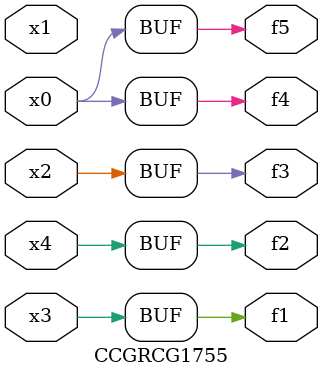
<source format=v>
module CCGRCG1755(
	input x0, x1, x2, x3, x4,
	output f1, f2, f3, f4, f5
);
	assign f1 = x3;
	assign f2 = x4;
	assign f3 = x2;
	assign f4 = x0;
	assign f5 = x0;
endmodule

</source>
